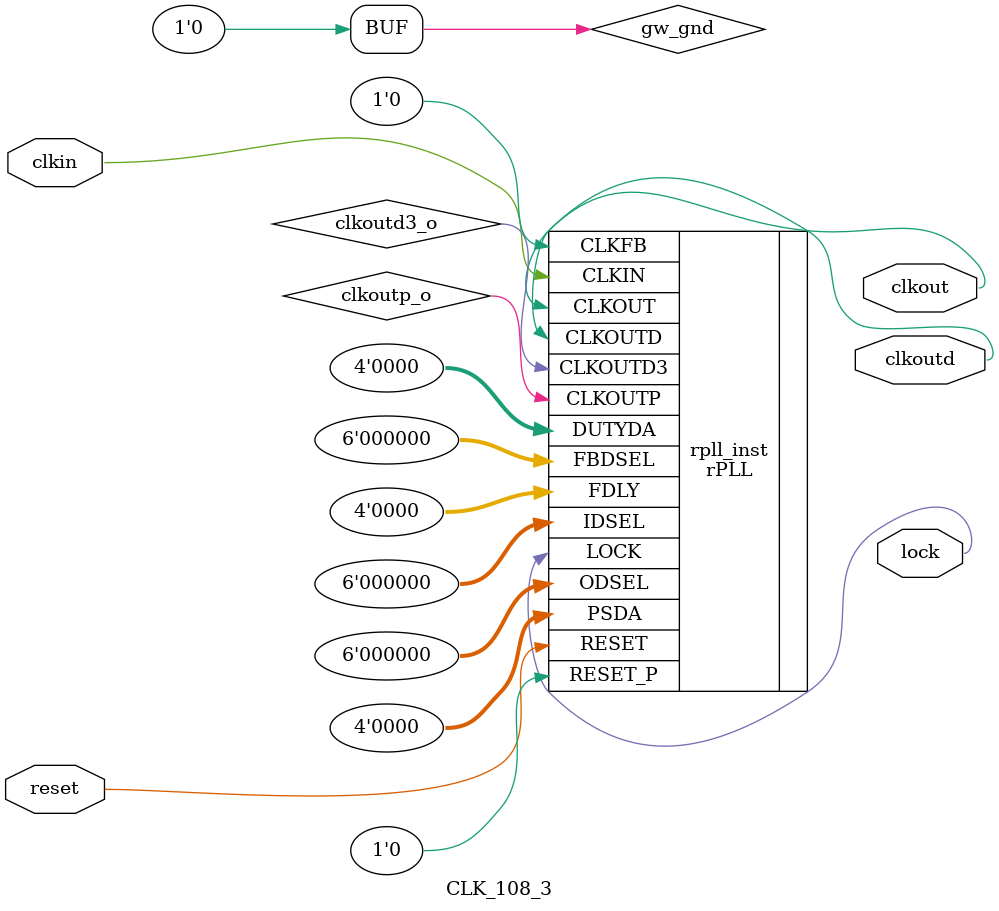
<source format=v>

module CLK_108_3 (clkout, lock, clkoutd, reset, clkin);

output clkout;
output lock;
output clkoutd;
input reset;
input clkin;

wire clkoutp_o;
wire clkoutd3_o;
wire gw_gnd;

assign gw_gnd = 1'b0;

rPLL rpll_inst (
    .CLKOUT(clkout),
    .LOCK(lock),
    .CLKOUTP(clkoutp_o),
    .CLKOUTD(clkoutd),
    .CLKOUTD3(clkoutd3_o),
    .RESET(reset),
    .RESET_P(gw_gnd),
    .CLKIN(clkin),
    .CLKFB(gw_gnd),
    .FBDSEL({gw_gnd,gw_gnd,gw_gnd,gw_gnd,gw_gnd,gw_gnd}),
    .IDSEL({gw_gnd,gw_gnd,gw_gnd,gw_gnd,gw_gnd,gw_gnd}),
    .ODSEL({gw_gnd,gw_gnd,gw_gnd,gw_gnd,gw_gnd,gw_gnd}),
    .PSDA({gw_gnd,gw_gnd,gw_gnd,gw_gnd}),
    .DUTYDA({gw_gnd,gw_gnd,gw_gnd,gw_gnd}),
    .FDLY({gw_gnd,gw_gnd,gw_gnd,gw_gnd})
);

defparam rpll_inst.FCLKIN = "27";
defparam rpll_inst.DYN_IDIV_SEL = "false";
defparam rpll_inst.IDIV_SEL = 0;
defparam rpll_inst.DYN_FBDIV_SEL = "false";
defparam rpll_inst.FBDIV_SEL = 3;
defparam rpll_inst.DYN_ODIV_SEL = "false";
defparam rpll_inst.ODIV_SEL = 4;
defparam rpll_inst.PSDA_SEL = "0000";
defparam rpll_inst.DYN_DA_EN = "true";
defparam rpll_inst.DUTYDA_SEL = "1000";
defparam rpll_inst.CLKOUT_FT_DIR = 1'b1;
defparam rpll_inst.CLKOUTP_FT_DIR = 1'b1;
defparam rpll_inst.CLKOUT_DLY_STEP = 0;
defparam rpll_inst.CLKOUTP_DLY_STEP = 0;
defparam rpll_inst.CLKFB_SEL = "internal";
defparam rpll_inst.CLKOUT_BYPASS = "false";
defparam rpll_inst.CLKOUTP_BYPASS = "false";
defparam rpll_inst.CLKOUTD_BYPASS = "false";
defparam rpll_inst.DYN_SDIV_SEL = 30;
defparam rpll_inst.CLKOUTD_SRC = "CLKOUT";
defparam rpll_inst.CLKOUTD3_SRC = "CLKOUT";
defparam rpll_inst.DEVICE = "GW1NR-9C";

endmodule //CLK_108_3

</source>
